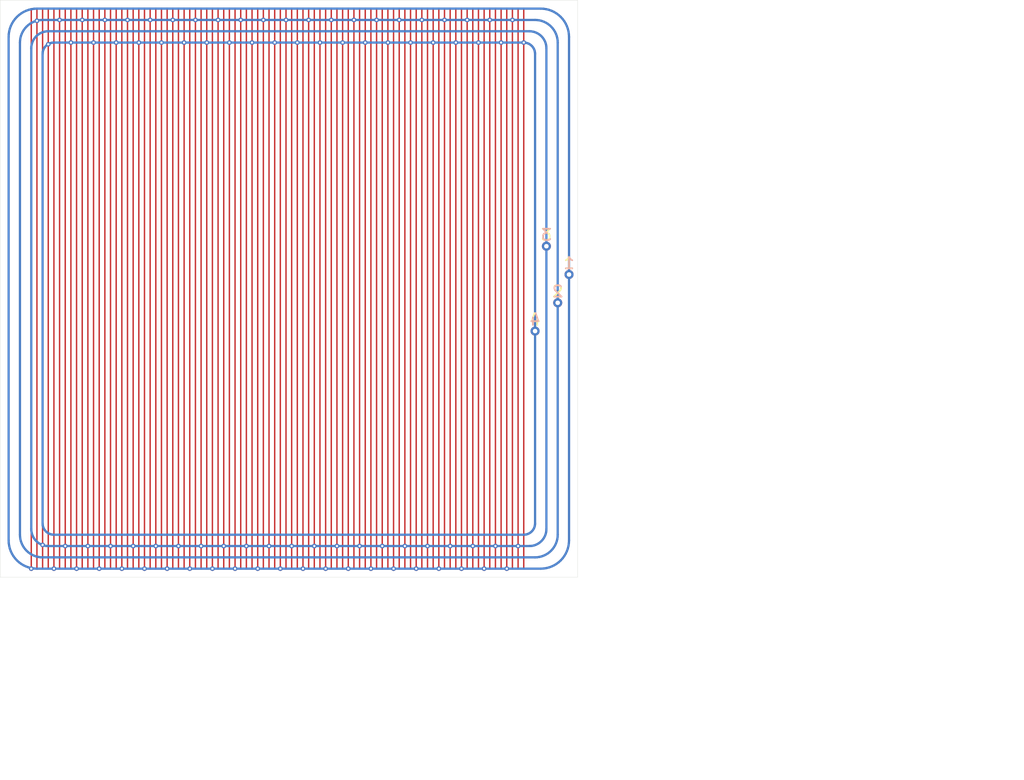
<source format=kicad_pcb>
(kicad_pcb (version 20171130) (host pcbnew "(5.1.9)-1")

  (general
    (thickness 1.6)
    (drawings 14)
    (tracks 463)
    (zones 0)
    (modules 0)
    (nets 1)
  )

  (page A4)
  (layers
    (0 F.Cu signal)
    (31 B.Cu signal)
    (32 B.Adhes user)
    (33 F.Adhes user)
    (34 B.Paste user)
    (35 F.Paste user)
    (36 B.SilkS user)
    (37 F.SilkS user)
    (38 B.Mask user)
    (39 F.Mask user)
    (40 Dwgs.User user)
    (41 Cmts.User user)
    (42 Eco1.User user)
    (43 Eco2.User user)
    (44 Edge.Cuts user)
    (45 Margin user)
    (46 B.CrtYd user)
    (47 F.CrtYd user)
    (48 B.Fab user)
    (49 F.Fab user)
  )

  (setup
    (last_trace_width 0.25)
    (user_trace_width 0.4)
    (trace_clearance 0.2)
    (zone_clearance 0.508)
    (zone_45_only no)
    (trace_min 0.2)
    (via_size 0.8)
    (via_drill 0.4)
    (via_min_size 0.4)
    (via_min_drill 0.3)
    (user_via 1.6 0.8)
    (uvia_size 0.3)
    (uvia_drill 0.1)
    (uvias_allowed no)
    (uvia_min_size 0.2)
    (uvia_min_drill 0.1)
    (edge_width 0.05)
    (segment_width 0.2)
    (pcb_text_width 0.3)
    (pcb_text_size 1.5 1.5)
    (mod_edge_width 0.12)
    (mod_text_size 1 1)
    (mod_text_width 0.15)
    (pad_size 1.524 1.524)
    (pad_drill 0.762)
    (pad_to_mask_clearance 0)
    (aux_axis_origin 0 0)
    (visible_elements FFFFFF7F)
    (pcbplotparams
      (layerselection 0x010fc_ffffffff)
      (usegerberextensions false)
      (usegerberattributes true)
      (usegerberadvancedattributes true)
      (creategerberjobfile true)
      (excludeedgelayer true)
      (linewidth 0.100000)
      (plotframeref false)
      (viasonmask false)
      (mode 1)
      (useauxorigin false)
      (hpglpennumber 1)
      (hpglpenspeed 20)
      (hpglpendiameter 15.000000)
      (psnegative false)
      (psa4output false)
      (plotreference true)
      (plotvalue true)
      (plotinvisibletext false)
      (padsonsilk false)
      (subtractmaskfromsilk false)
      (outputformat 1)
      (mirror false)
      (drillshape 1)
      (scaleselection 1)
      (outputdirectory ""))
  )

  (net 0 "")

  (net_class Default "This is the default net class."
    (clearance 0.2)
    (trace_width 0.25)
    (via_dia 0.8)
    (via_drill 0.4)
    (uvia_dia 0.3)
    (uvia_drill 0.1)
  )

  (gr_text 4 (at 189 109) (layer B.SilkS) (tstamp 6074DECA)
    (effects (font (size 2 2) (thickness 0.3)) (justify mirror))
  )
  (gr_text 3 (at 191 94) (layer B.SilkS) (tstamp 6074DECA)
    (effects (font (size 2 2) (thickness 0.3)) (justify mirror))
  )
  (gr_text 2 (at 193 104) (layer B.SilkS) (tstamp 6074DECA)
    (effects (font (size 2 2) (thickness 0.3)) (justify mirror))
  )
  (gr_text 1 (at 195 99) (layer B.SilkS)
    (effects (font (size 2 2) (thickness 0.3)) (justify mirror))
  )
  (gr_text "3\n" (at 191 94) (layer F.SilkS) (tstamp 6074DEBD)
    (effects (font (size 2 2) (thickness 0.3)))
  )
  (gr_text 4 (at 189 109) (layer F.SilkS) (tstamp 6074DEBD)
    (effects (font (size 2 2) (thickness 0.3)))
  )
  (gr_text 2 (at 193 104) (layer F.SilkS) (tstamp 6074DEBD)
    (effects (font (size 2 2) (thickness 0.3)))
  )
  (gr_text 1 (at 195 99) (layer F.SilkS)
    (effects (font (size 2 2) (thickness 0.3)))
  )
  (gr_line (start 188 103.5) (end 198 103.5) (layer Dwgs.User) (width 0.15))
  (gr_text "10.2 by 10.2 2 Layer PCB Design, 2mm power track spacing, 88 electrodes (1mm spacing), .8 drill soldering vias" (at 231 189.5) (layer Dwgs.User)
    (effects (font (size 1 1) (thickness 0.15)))
  )
  (gr_line (start 196.5 154.5) (end 196.5 52.5) (layer Edge.Cuts) (width 0.05) (tstamp 6074C754))
  (gr_line (start 94.5 154.5) (end 94.5 52.5) (layer Edge.Cuts) (width 0.05) (tstamp 6074C753))
  (gr_line (start 94.5 154.5) (end 196.5 154.5) (layer Edge.Cuts) (width 0.05) (tstamp 6074C72D))
  (gr_line (start 94.5 52.5) (end 196.5 52.5) (layer Edge.Cuts) (width 0.05))

  (segment (start 100 54) (end 100 153) (width 0.25) (layer F.Cu) (net 0))
  (segment (start 101 54) (end 101 56) (width 0.25) (layer F.Cu) (net 0) (tstamp 6074CAB4))
  (segment (start 102 54) (end 102 149) (width 0.25) (layer F.Cu) (net 0) (tstamp 6074CAB6))
  (segment (start 103 54) (end 103 60) (width 0.25) (layer F.Cu) (net 0) (tstamp 6074CAB8))
  (segment (start 104 54) (end 104 153) (width 0.25) (layer F.Cu) (net 0) (tstamp 6074CABA))
  (segment (start 105 54) (end 105 56) (width 0.25) (layer F.Cu) (net 0) (tstamp 6074CABC))
  (segment (start 106 54) (end 106 149) (width 0.25) (layer F.Cu) (net 0) (tstamp 6074CABE))
  (segment (start 107 54) (end 107 60) (width 0.25) (layer F.Cu) (net 0) (tstamp 6074CAC0))
  (segment (start 108 54) (end 108 153) (width 0.25) (layer F.Cu) (net 0) (tstamp 6074CAC2))
  (segment (start 109 54) (end 109 153) (width 0.25) (layer F.Cu) (net 0) (tstamp 6074CAC4))
  (segment (start 110 54) (end 110 153) (width 0.25) (layer F.Cu) (net 0) (tstamp 6074CAC6))
  (segment (start 111 54) (end 111 153) (width 0.25) (layer F.Cu) (net 0) (tstamp 6074CAC8))
  (segment (start 112 54) (end 112 153) (width 0.25) (layer F.Cu) (net 0) (tstamp 6074CACA))
  (segment (start 113 54) (end 113 153) (width 0.25) (layer F.Cu) (net 0) (tstamp 6074CACC))
  (segment (start 114 54) (end 114 153) (width 0.25) (layer F.Cu) (net 0) (tstamp 6074CACE))
  (segment (start 115 54) (end 115 153) (width 0.25) (layer F.Cu) (net 0) (tstamp 6074CAD0))
  (segment (start 116 54) (end 116 153) (width 0.25) (layer F.Cu) (net 0) (tstamp 6074CAD2))
  (segment (start 117 54) (end 117 153) (width 0.25) (layer F.Cu) (net 0) (tstamp 6074CAD4))
  (segment (start 118 54) (end 118 153) (width 0.25) (layer F.Cu) (net 0) (tstamp 6074CAD6))
  (segment (start 119 54) (end 119 153) (width 0.25) (layer F.Cu) (net 0) (tstamp 6074CAD8))
  (segment (start 120 54) (end 120 153) (width 0.25) (layer F.Cu) (net 0) (tstamp 6074CADA))
  (segment (start 121 54) (end 121 153) (width 0.25) (layer F.Cu) (net 0) (tstamp 6074CADC))
  (segment (start 122 54) (end 122 153) (width 0.25) (layer F.Cu) (net 0) (tstamp 6074CADE))
  (segment (start 123 54) (end 123 153) (width 0.25) (layer F.Cu) (net 0) (tstamp 6074CAE0))
  (segment (start 124 54) (end 124 153) (width 0.25) (layer F.Cu) (net 0) (tstamp 6074CAE2))
  (segment (start 125 54) (end 125 153) (width 0.25) (layer F.Cu) (net 0) (tstamp 6074CAE4))
  (segment (start 126 54) (end 126 153) (width 0.25) (layer F.Cu) (net 0) (tstamp 6074CAE6))
  (segment (start 127 54) (end 127 153) (width 0.25) (layer F.Cu) (net 0) (tstamp 6074CAE8))
  (segment (start 128 54) (end 128 153) (width 0.25) (layer F.Cu) (net 0) (tstamp 6074CAEA))
  (segment (start 129 54) (end 129 153) (width 0.25) (layer F.Cu) (net 0) (tstamp 6074CAEC))
  (segment (start 130 54) (end 130 153) (width 0.25) (layer F.Cu) (net 0) (tstamp 6074CAEE))
  (segment (start 131 54) (end 131 153) (width 0.25) (layer F.Cu) (net 0) (tstamp 6074CAF0))
  (segment (start 132 54) (end 132 153) (width 0.25) (layer F.Cu) (net 0) (tstamp 6074CAF2))
  (segment (start 133 54) (end 133 153) (width 0.25) (layer F.Cu) (net 0) (tstamp 6074CAF4))
  (segment (start 134 54) (end 134 153) (width 0.25) (layer F.Cu) (net 0) (tstamp 6074CAF6))
  (segment (start 135 54) (end 135 153) (width 0.25) (layer F.Cu) (net 0) (tstamp 6074CAF8))
  (segment (start 136 54) (end 136 153) (width 0.25) (layer F.Cu) (net 0) (tstamp 6074CAFA))
  (segment (start 137 54) (end 137 153) (width 0.25) (layer F.Cu) (net 0) (tstamp 6074CAFC))
  (segment (start 138 54) (end 138 153) (width 0.25) (layer F.Cu) (net 0) (tstamp 6074CAFE))
  (segment (start 139 54) (end 139 153) (width 0.25) (layer F.Cu) (net 0) (tstamp 6074CB00))
  (segment (start 140 54) (end 140 153) (width 0.25) (layer F.Cu) (net 0) (tstamp 6074CB02))
  (segment (start 141 54) (end 141 153) (width 0.25) (layer F.Cu) (net 0) (tstamp 6074CB04))
  (segment (start 142 54) (end 142 153) (width 0.25) (layer F.Cu) (net 0) (tstamp 6074CB06))
  (segment (start 143 54) (end 143 153) (width 0.25) (layer F.Cu) (net 0) (tstamp 6074CB08))
  (segment (start 144 54) (end 144 153) (width 0.25) (layer F.Cu) (net 0) (tstamp 6074CB0A))
  (segment (start 145 54) (end 145 153) (width 0.25) (layer F.Cu) (net 0) (tstamp 6074CB0C))
  (segment (start 146 54) (end 146 153) (width 0.25) (layer F.Cu) (net 0) (tstamp 6074CB0E))
  (segment (start 147 54) (end 147 153) (width 0.25) (layer F.Cu) (net 0) (tstamp 6074CB10))
  (segment (start 148 54) (end 148 153) (width 0.25) (layer F.Cu) (net 0) (tstamp 6074CB12))
  (segment (start 149 54) (end 149 153) (width 0.25) (layer F.Cu) (net 0) (tstamp 6074CB14))
  (segment (start 150 54) (end 150 153) (width 0.25) (layer F.Cu) (net 0) (tstamp 6074CB16))
  (segment (start 151 54) (end 151 153) (width 0.25) (layer F.Cu) (net 0) (tstamp 6074CB18))
  (segment (start 152 54) (end 152 153) (width 0.25) (layer F.Cu) (net 0) (tstamp 6074CB1A))
  (segment (start 153 54) (end 153 153) (width 0.25) (layer F.Cu) (net 0) (tstamp 6074CB1C))
  (segment (start 154 54) (end 154 153) (width 0.25) (layer F.Cu) (net 0) (tstamp 6074CB1E))
  (segment (start 155 54) (end 155 153) (width 0.25) (layer F.Cu) (net 0) (tstamp 6074CB20))
  (segment (start 156 54) (end 156 153) (width 0.25) (layer F.Cu) (net 0) (tstamp 6074CB22))
  (segment (start 157 54) (end 157 153) (width 0.25) (layer F.Cu) (net 0) (tstamp 6074CB24))
  (segment (start 158 54) (end 158 153) (width 0.25) (layer F.Cu) (net 0) (tstamp 6074CB26))
  (segment (start 159 54) (end 159 153) (width 0.25) (layer F.Cu) (net 0) (tstamp 6074CB28))
  (segment (start 160 54) (end 160 153) (width 0.25) (layer F.Cu) (net 0) (tstamp 6074CB2A))
  (segment (start 161 54) (end 161 153) (width 0.25) (layer F.Cu) (net 0) (tstamp 6074CB2C))
  (segment (start 162 54) (end 162 153) (width 0.25) (layer F.Cu) (net 0) (tstamp 6074CB2E))
  (segment (start 163 54) (end 163 153) (width 0.25) (layer F.Cu) (net 0) (tstamp 6074CB30))
  (segment (start 164 54) (end 164 153) (width 0.25) (layer F.Cu) (net 0) (tstamp 6074CB32))
  (segment (start 165 54) (end 165 153) (width 0.25) (layer F.Cu) (net 0) (tstamp 6074CB34))
  (segment (start 166 54) (end 166 153) (width 0.25) (layer F.Cu) (net 0) (tstamp 6074CB36))
  (segment (start 167 54) (end 167 153) (width 0.25) (layer F.Cu) (net 0) (tstamp 6074CB38))
  (segment (start 168 54) (end 168 153) (width 0.25) (layer F.Cu) (net 0) (tstamp 6074CB3A))
  (segment (start 169 54) (end 169 153) (width 0.25) (layer F.Cu) (net 0) (tstamp 6074CB3C))
  (segment (start 170 54) (end 170 153) (width 0.25) (layer F.Cu) (net 0) (tstamp 6074CB3E))
  (segment (start 171 54) (end 171 153) (width 0.25) (layer F.Cu) (net 0) (tstamp 6074CB40))
  (segment (start 172 54) (end 172 153) (width 0.25) (layer F.Cu) (net 0) (tstamp 6074CB42))
  (segment (start 173 54) (end 173 153) (width 0.25) (layer F.Cu) (net 0) (tstamp 6074CB44))
  (segment (start 174 54) (end 174 153) (width 0.25) (layer F.Cu) (net 0) (tstamp 6074CB46))
  (segment (start 175 54) (end 175 153) (width 0.25) (layer F.Cu) (net 0) (tstamp 6074CB48))
  (segment (start 176 54) (end 176 153) (width 0.25) (layer F.Cu) (net 0) (tstamp 6074CB4A))
  (segment (start 177 54) (end 177 153) (width 0.25) (layer F.Cu) (net 0) (tstamp 6074CB4C))
  (segment (start 178 54) (end 178 153) (width 0.25) (layer F.Cu) (net 0) (tstamp 6074CB4E))
  (segment (start 179 54) (end 179 153) (width 0.25) (layer F.Cu) (net 0) (tstamp 6074CB50))
  (segment (start 180 54) (end 180 153) (width 0.25) (layer F.Cu) (net 0) (tstamp 6074CB52))
  (segment (start 181 54) (end 181 153) (width 0.25) (layer F.Cu) (net 0) (tstamp 6074CB54))
  (segment (start 182 54) (end 182 153) (width 0.25) (layer F.Cu) (net 0) (tstamp 6074CB56))
  (segment (start 183 54) (end 183 153) (width 0.25) (layer F.Cu) (net 0) (tstamp 6074CB58))
  (segment (start 184 54) (end 184 153) (width 0.25) (layer F.Cu) (net 0) (tstamp 6074CB5A))
  (segment (start 185 54) (end 185 153) (width 0.25) (layer F.Cu) (net 0) (tstamp 6074CB5C))
  (segment (start 186 54) (end 186 153) (width 0.25) (layer F.Cu) (net 0) (tstamp 6074CB5E))
  (segment (start 187 54) (end 187 153) (width 0.25) (layer F.Cu) (net 0) (tstamp 6074CB60))
  (segment (start 96 148) (end 96.024076 148.490085) (width 0.4) (layer B.Cu) (net 0))
  (segment (start 96.024076 148.490085) (end 96.096073 148.975451) (width 0.4) (layer B.Cu) (net 0))
  (segment (start 96.096073 148.975451) (end 96.215298 149.451423) (width 0.4) (layer B.Cu) (net 0))
  (segment (start 96.215298 149.451423) (end 96.380602 149.913417) (width 0.4) (layer B.Cu) (net 0))
  (segment (start 96.380602 149.913417) (end 96.590393 150.356983) (width 0.4) (layer B.Cu) (net 0))
  (segment (start 96.590393 150.356983) (end 96.842651 150.777851) (width 0.4) (layer B.Cu) (net 0))
  (segment (start 96.842651 150.777851) (end 97.134947 151.171966) (width 0.4) (layer B.Cu) (net 0))
  (segment (start 97.134947 151.171966) (end 97.464466 151.535533) (width 0.4) (layer B.Cu) (net 0))
  (segment (start 97.464466 151.535533) (end 97.828033 151.865052) (width 0.4) (layer B.Cu) (net 0))
  (segment (start 97.828033 151.865052) (end 98.222148 152.157348) (width 0.4) (layer B.Cu) (net 0))
  (segment (start 98.222148 152.157348) (end 98.643016 152.409606) (width 0.4) (layer B.Cu) (net 0))
  (segment (start 98.643016 152.409606) (end 99.086582 152.619397) (width 0.4) (layer B.Cu) (net 0))
  (segment (start 99.086582 152.619397) (end 99.548576 152.784701) (width 0.4) (layer B.Cu) (net 0))
  (segment (start 99.548576 152.784701) (end 100.024548 152.903926) (width 0.4) (layer B.Cu) (net 0))
  (segment (start 100.024548 152.903926) (end 100.509914 152.975923) (width 0.4) (layer B.Cu) (net 0))
  (segment (start 100.509914 152.975923) (end 101 153) (width 0.4) (layer B.Cu) (net 0))
  (segment (start 102 151) (end 101.607931 150.980738) (width 0.4) (layer B.Cu) (net 0))
  (segment (start 101.607931 150.980738) (end 101.219638 150.923141) (width 0.4) (layer B.Cu) (net 0))
  (segment (start 101.219638 150.923141) (end 100.838861 150.827761) (width 0.4) (layer B.Cu) (net 0))
  (segment (start 100.838861 150.827761) (end 100.469266 150.695518) (width 0.4) (layer B.Cu) (net 0))
  (segment (start 100.469266 150.695518) (end 100.114413 150.527685) (width 0.4) (layer B.Cu) (net 0))
  (segment (start 100.114413 150.527685) (end 99.777719 150.325878) (width 0.4) (layer B.Cu) (net 0))
  (segment (start 99.777719 150.325878) (end 99.462426 150.092041) (width 0.4) (layer B.Cu) (net 0))
  (segment (start 99.462426 150.092041) (end 99.171572 149.828427) (width 0.4) (layer B.Cu) (net 0))
  (segment (start 99.171572 149.828427) (end 98.907958 149.537573) (width 0.4) (layer B.Cu) (net 0))
  (segment (start 98.907958 149.537573) (end 98.674121 149.22228) (width 0.4) (layer B.Cu) (net 0))
  (segment (start 98.674121 149.22228) (end 98.472314 148.885586) (width 0.4) (layer B.Cu) (net 0))
  (segment (start 98.472314 148.885586) (end 98.304481 148.530733) (width 0.4) (layer B.Cu) (net 0))
  (segment (start 98.304481 148.530733) (end 98.172238 148.161138) (width 0.4) (layer B.Cu) (net 0))
  (segment (start 98.172238 148.161138) (end 98.076858 147.780361) (width 0.4) (layer B.Cu) (net 0))
  (segment (start 98.076858 147.780361) (end 98.019261 147.392068) (width 0.4) (layer B.Cu) (net 0))
  (segment (start 98.019261 147.392068) (end 98 147) (width 0.4) (layer B.Cu) (net 0))
  (segment (start 100 146) (end 100.014445 146.294051) (width 0.4) (layer B.Cu) (net 0))
  (segment (start 100.014445 146.294051) (end 100.057644 146.58527) (width 0.4) (layer B.Cu) (net 0))
  (segment (start 100.057644 146.58527) (end 100.129178 146.870854) (width 0.4) (layer B.Cu) (net 0))
  (segment (start 100.129178 146.870854) (end 100.228361 147.14805) (width 0.4) (layer B.Cu) (net 0))
  (segment (start 100.228361 147.14805) (end 100.354236 147.41419) (width 0.4) (layer B.Cu) (net 0))
  (segment (start 100.354236 147.41419) (end 100.505591 147.66671) (width 0.4) (layer B.Cu) (net 0))
  (segment (start 100.505591 147.66671) (end 100.680968 147.903179) (width 0.4) (layer B.Cu) (net 0))
  (segment (start 100.680968 147.903179) (end 100.878679 148.12132) (width 0.4) (layer B.Cu) (net 0))
  (segment (start 100.878679 148.12132) (end 101.09682 148.319031) (width 0.4) (layer B.Cu) (net 0))
  (segment (start 101.09682 148.319031) (end 101.333289 148.494408) (width 0.4) (layer B.Cu) (net 0))
  (segment (start 101.333289 148.494408) (end 101.585809 148.645763) (width 0.4) (layer B.Cu) (net 0))
  (segment (start 101.585809 148.645763) (end 101.851949 148.771638) (width 0.4) (layer B.Cu) (net 0))
  (segment (start 101.851949 148.771638) (end 102.129145 148.870821) (width 0.4) (layer B.Cu) (net 0))
  (segment (start 102.129145 148.870821) (end 102.414729 148.942355) (width 0.4) (layer B.Cu) (net 0))
  (segment (start 102.414729 148.942355) (end 102.705948 148.985554) (width 0.4) (layer B.Cu) (net 0))
  (segment (start 102.705948 148.985554) (end 103 149) (width 0.4) (layer B.Cu) (net 0))
  (segment (start 102 145) (end 102.00963 145.196034) (width 0.4) (layer B.Cu) (net 0))
  (segment (start 102.00963 145.196034) (end 102.038429 145.39018) (width 0.4) (layer B.Cu) (net 0))
  (segment (start 102.038429 145.39018) (end 102.086119 145.580569) (width 0.4) (layer B.Cu) (net 0))
  (segment (start 102.086119 145.580569) (end 102.15224 145.765366) (width 0.4) (layer B.Cu) (net 0))
  (segment (start 102.15224 145.765366) (end 102.236157 145.942793) (width 0.4) (layer B.Cu) (net 0))
  (segment (start 102.236157 145.942793) (end 102.33706 146.11114) (width 0.4) (layer B.Cu) (net 0))
  (segment (start 102.33706 146.11114) (end 102.453979 146.268786) (width 0.4) (layer B.Cu) (net 0))
  (segment (start 102.453979 146.268786) (end 102.585786 146.414213) (width 0.4) (layer B.Cu) (net 0))
  (segment (start 102.585786 146.414213) (end 102.731213 146.54602) (width 0.4) (layer B.Cu) (net 0))
  (segment (start 102.731213 146.54602) (end 102.888859 146.662939) (width 0.4) (layer B.Cu) (net 0))
  (segment (start 102.888859 146.662939) (end 103.057206 146.763842) (width 0.4) (layer B.Cu) (net 0))
  (segment (start 103.057206 146.763842) (end 103.234633 146.847759) (width 0.4) (layer B.Cu) (net 0))
  (segment (start 103.234633 146.847759) (end 103.41943 146.91388) (width 0.4) (layer B.Cu) (net 0))
  (segment (start 103.41943 146.91388) (end 103.609819 146.96157) (width 0.4) (layer B.Cu) (net 0))
  (segment (start 103.609819 146.96157) (end 103.803965 146.990369) (width 0.4) (layer B.Cu) (net 0))
  (segment (start 103.803965 146.990369) (end 104 147) (width 0.4) (layer B.Cu) (net 0))
  (segment (start 189 145) (end 188.990369 145.196034) (width 0.4) (layer B.Cu) (net 0))
  (segment (start 188.990369 145.196034) (end 188.96157 145.39018) (width 0.4) (layer B.Cu) (net 0))
  (segment (start 188.96157 145.39018) (end 188.91388 145.580569) (width 0.4) (layer B.Cu) (net 0))
  (segment (start 188.91388 145.580569) (end 188.847759 145.765366) (width 0.4) (layer B.Cu) (net 0))
  (segment (start 188.847759 145.765366) (end 188.763842 145.942793) (width 0.4) (layer B.Cu) (net 0))
  (segment (start 188.763842 145.942793) (end 188.662939 146.11114) (width 0.4) (layer B.Cu) (net 0))
  (segment (start 188.662939 146.11114) (end 188.54602 146.268786) (width 0.4) (layer B.Cu) (net 0))
  (segment (start 188.54602 146.268786) (end 188.414213 146.414213) (width 0.4) (layer B.Cu) (net 0))
  (segment (start 188.414213 146.414213) (end 188.268786 146.54602) (width 0.4) (layer B.Cu) (net 0))
  (segment (start 188.268786 146.54602) (end 188.11114 146.662939) (width 0.4) (layer B.Cu) (net 0))
  (segment (start 188.11114 146.662939) (end 187.942793 146.763842) (width 0.4) (layer B.Cu) (net 0))
  (segment (start 187.942793 146.763842) (end 187.765366 146.847759) (width 0.4) (layer B.Cu) (net 0))
  (segment (start 187.765366 146.847759) (end 187.580569 146.91388) (width 0.4) (layer B.Cu) (net 0))
  (segment (start 187.580569 146.91388) (end 187.39018 146.96157) (width 0.4) (layer B.Cu) (net 0))
  (segment (start 187.39018 146.96157) (end 187.196034 146.990369) (width 0.4) (layer B.Cu) (net 0))
  (segment (start 187.196034 146.990369) (end 187 147) (width 0.4) (layer B.Cu) (net 0))
  (segment (start 187 147) (end 104 147) (width 0.4) (layer B.Cu) (net 0))
  (segment (start 191 146) (end 190.985554 146.294051) (width 0.4) (layer B.Cu) (net 0))
  (segment (start 190.985554 146.294051) (end 190.942355 146.58527) (width 0.4) (layer B.Cu) (net 0))
  (segment (start 190.942355 146.58527) (end 190.870821 146.870854) (width 0.4) (layer B.Cu) (net 0))
  (segment (start 190.870821 146.870854) (end 190.771638 147.14805) (width 0.4) (layer B.Cu) (net 0))
  (segment (start 190.771638 147.14805) (end 190.645763 147.41419) (width 0.4) (layer B.Cu) (net 0))
  (segment (start 190.645763 147.41419) (end 190.494408 147.66671) (width 0.4) (layer B.Cu) (net 0))
  (segment (start 190.494408 147.66671) (end 190.319031 147.903179) (width 0.4) (layer B.Cu) (net 0))
  (segment (start 190.319031 147.903179) (end 190.12132 148.12132) (width 0.4) (layer B.Cu) (net 0))
  (segment (start 190.12132 148.12132) (end 189.903179 148.319031) (width 0.4) (layer B.Cu) (net 0))
  (segment (start 189.903179 148.319031) (end 189.66671 148.494408) (width 0.4) (layer B.Cu) (net 0))
  (segment (start 189.66671 148.494408) (end 189.41419 148.645763) (width 0.4) (layer B.Cu) (net 0))
  (segment (start 189.41419 148.645763) (end 189.14805 148.771638) (width 0.4) (layer B.Cu) (net 0))
  (segment (start 189.14805 148.771638) (end 188.870854 148.870821) (width 0.4) (layer B.Cu) (net 0))
  (segment (start 188.870854 148.870821) (end 188.58527 148.942355) (width 0.4) (layer B.Cu) (net 0))
  (segment (start 188.58527 148.942355) (end 188.294051 148.985554) (width 0.4) (layer B.Cu) (net 0))
  (segment (start 188.294051 148.985554) (end 188 149) (width 0.4) (layer B.Cu) (net 0))
  (segment (start 188 149) (end 103 149) (width 0.4) (layer B.Cu) (net 0))
  (segment (start 193 147) (end 192.980738 147.392068) (width 0.4) (layer B.Cu) (net 0))
  (segment (start 192.980738 147.392068) (end 192.923141 147.780361) (width 0.4) (layer B.Cu) (net 0))
  (segment (start 192.923141 147.780361) (end 192.827761 148.161138) (width 0.4) (layer B.Cu) (net 0))
  (segment (start 192.827761 148.161138) (end 192.695518 148.530733) (width 0.4) (layer B.Cu) (net 0))
  (segment (start 192.695518 148.530733) (end 192.527685 148.885586) (width 0.4) (layer B.Cu) (net 0))
  (segment (start 192.527685 148.885586) (end 192.325878 149.22228) (width 0.4) (layer B.Cu) (net 0))
  (segment (start 192.325878 149.22228) (end 192.092041 149.537573) (width 0.4) (layer B.Cu) (net 0))
  (segment (start 192.092041 149.537573) (end 191.828427 149.828427) (width 0.4) (layer B.Cu) (net 0))
  (segment (start 191.828427 149.828427) (end 191.537573 150.092041) (width 0.4) (layer B.Cu) (net 0))
  (segment (start 191.537573 150.092041) (end 191.22228 150.325878) (width 0.4) (layer B.Cu) (net 0))
  (segment (start 191.22228 150.325878) (end 190.885586 150.527685) (width 0.4) (layer B.Cu) (net 0))
  (segment (start 190.885586 150.527685) (end 190.530733 150.695518) (width 0.4) (layer B.Cu) (net 0))
  (segment (start 190.530733 150.695518) (end 190.161138 150.827761) (width 0.4) (layer B.Cu) (net 0))
  (segment (start 190.161138 150.827761) (end 189.780361 150.923141) (width 0.4) (layer B.Cu) (net 0))
  (segment (start 189.780361 150.923141) (end 189.392068 150.980738) (width 0.4) (layer B.Cu) (net 0))
  (segment (start 189.392068 150.980738) (end 189 151) (width 0.4) (layer B.Cu) (net 0))
  (segment (start 189 151) (end 102 151) (width 0.4) (layer B.Cu) (net 0))
  (segment (start 195 148) (end 194.975923 148.490085) (width 0.4) (layer B.Cu) (net 0))
  (segment (start 194.975923 148.490085) (end 194.903926 148.975451) (width 0.4) (layer B.Cu) (net 0))
  (segment (start 194.903926 148.975451) (end 194.784701 149.451423) (width 0.4) (layer B.Cu) (net 0))
  (segment (start 194.784701 149.451423) (end 194.619397 149.913417) (width 0.4) (layer B.Cu) (net 0))
  (segment (start 194.619397 149.913417) (end 194.409606 150.356983) (width 0.4) (layer B.Cu) (net 0))
  (segment (start 194.409606 150.356983) (end 194.157348 150.777851) (width 0.4) (layer B.Cu) (net 0))
  (segment (start 194.157348 150.777851) (end 193.865052 151.171966) (width 0.4) (layer B.Cu) (net 0))
  (segment (start 193.865052 151.171966) (end 193.535533 151.535533) (width 0.4) (layer B.Cu) (net 0))
  (segment (start 193.535533 151.535533) (end 193.171966 151.865052) (width 0.4) (layer B.Cu) (net 0))
  (segment (start 193.171966 151.865052) (end 192.777851 152.157348) (width 0.4) (layer B.Cu) (net 0))
  (segment (start 192.777851 152.157348) (end 192.356983 152.409606) (width 0.4) (layer B.Cu) (net 0))
  (segment (start 192.356983 152.409606) (end 191.913417 152.619397) (width 0.4) (layer B.Cu) (net 0))
  (segment (start 191.913417 152.619397) (end 191.451423 152.784701) (width 0.4) (layer B.Cu) (net 0))
  (segment (start 191.451423 152.784701) (end 190.975451 152.903926) (width 0.4) (layer B.Cu) (net 0))
  (segment (start 190.975451 152.903926) (end 190.490085 152.975923) (width 0.4) (layer B.Cu) (net 0))
  (segment (start 190.490085 152.975923) (end 190 153) (width 0.4) (layer B.Cu) (net 0))
  (segment (start 190 153) (end 101 153) (width 0.4) (layer B.Cu) (net 0))
  (segment (start 190 54) (end 190.490085 54.024076) (width 0.4) (layer B.Cu) (net 0))
  (segment (start 190.490085 54.024076) (end 190.975451 54.096073) (width 0.4) (layer B.Cu) (net 0))
  (segment (start 190.975451 54.096073) (end 191.451423 54.215298) (width 0.4) (layer B.Cu) (net 0))
  (segment (start 191.451423 54.215298) (end 191.913417 54.380602) (width 0.4) (layer B.Cu) (net 0))
  (segment (start 191.913417 54.380602) (end 192.356983 54.590393) (width 0.4) (layer B.Cu) (net 0))
  (segment (start 192.356983 54.590393) (end 192.777851 54.842651) (width 0.4) (layer B.Cu) (net 0))
  (segment (start 192.777851 54.842651) (end 193.171966 55.134947) (width 0.4) (layer B.Cu) (net 0))
  (segment (start 193.171966 55.134947) (end 193.535533 55.464466) (width 0.4) (layer B.Cu) (net 0))
  (segment (start 193.535533 55.464466) (end 193.865052 55.828033) (width 0.4) (layer B.Cu) (net 0))
  (segment (start 193.865052 55.828033) (end 194.157348 56.222148) (width 0.4) (layer B.Cu) (net 0))
  (segment (start 194.157348 56.222148) (end 194.409606 56.643016) (width 0.4) (layer B.Cu) (net 0))
  (segment (start 194.409606 56.643016) (end 194.619397 57.086582) (width 0.4) (layer B.Cu) (net 0))
  (segment (start 194.619397 57.086582) (end 194.784701 57.548576) (width 0.4) (layer B.Cu) (net 0))
  (segment (start 194.784701 57.548576) (end 194.903926 58.024548) (width 0.4) (layer B.Cu) (net 0))
  (segment (start 194.903926 58.024548) (end 194.975923 58.509914) (width 0.4) (layer B.Cu) (net 0))
  (segment (start 194.975923 58.509914) (end 195 59) (width 0.4) (layer B.Cu) (net 0))
  (segment (start 195 59) (end 195 101) (width 0.4) (layer B.Cu) (net 0))
  (segment (start 189 56) (end 189.392068 56.019261) (width 0.4) (layer B.Cu) (net 0))
  (segment (start 189.392068 56.019261) (end 189.780361 56.076858) (width 0.4) (layer B.Cu) (net 0))
  (segment (start 189.780361 56.076858) (end 190.161138 56.172238) (width 0.4) (layer B.Cu) (net 0))
  (segment (start 190.161138 56.172238) (end 190.530733 56.304481) (width 0.4) (layer B.Cu) (net 0))
  (segment (start 190.530733 56.304481) (end 190.885586 56.472314) (width 0.4) (layer B.Cu) (net 0))
  (segment (start 190.885586 56.472314) (end 191.22228 56.674121) (width 0.4) (layer B.Cu) (net 0))
  (segment (start 191.22228 56.674121) (end 191.537573 56.907958) (width 0.4) (layer B.Cu) (net 0))
  (segment (start 191.537573 56.907958) (end 191.828427 57.171572) (width 0.4) (layer B.Cu) (net 0))
  (segment (start 191.828427 57.171572) (end 192.092041 57.462426) (width 0.4) (layer B.Cu) (net 0))
  (segment (start 192.092041 57.462426) (end 192.325878 57.777719) (width 0.4) (layer B.Cu) (net 0))
  (segment (start 192.325878 57.777719) (end 192.527685 58.114413) (width 0.4) (layer B.Cu) (net 0))
  (segment (start 192.527685 58.114413) (end 192.695518 58.469266) (width 0.4) (layer B.Cu) (net 0))
  (segment (start 192.695518 58.469266) (end 192.827761 58.838861) (width 0.4) (layer B.Cu) (net 0))
  (segment (start 192.827761 58.838861) (end 192.923141 59.219638) (width 0.4) (layer B.Cu) (net 0))
  (segment (start 192.923141 59.219638) (end 192.980738 59.607931) (width 0.4) (layer B.Cu) (net 0))
  (segment (start 192.980738 59.607931) (end 193 60) (width 0.4) (layer B.Cu) (net 0))
  (segment (start 193 60) (end 193 106) (width 0.4) (layer B.Cu) (net 0))
  (segment (start 188 58) (end 188.294051 58.014445) (width 0.4) (layer B.Cu) (net 0))
  (segment (start 188.294051 58.014445) (end 188.58527 58.057644) (width 0.4) (layer B.Cu) (net 0))
  (segment (start 188.58527 58.057644) (end 188.870854 58.129178) (width 0.4) (layer B.Cu) (net 0))
  (segment (start 188.870854 58.129178) (end 189.14805 58.228361) (width 0.4) (layer B.Cu) (net 0))
  (segment (start 189.14805 58.228361) (end 189.41419 58.354236) (width 0.4) (layer B.Cu) (net 0))
  (segment (start 189.41419 58.354236) (end 189.66671 58.505591) (width 0.4) (layer B.Cu) (net 0))
  (segment (start 189.66671 58.505591) (end 189.903179 58.680968) (width 0.4) (layer B.Cu) (net 0))
  (segment (start 189.903179 58.680968) (end 190.12132 58.878679) (width 0.4) (layer B.Cu) (net 0))
  (segment (start 190.12132 58.878679) (end 190.319031 59.09682) (width 0.4) (layer B.Cu) (net 0))
  (segment (start 190.319031 59.09682) (end 190.494408 59.333289) (width 0.4) (layer B.Cu) (net 0))
  (segment (start 190.494408 59.333289) (end 190.645763 59.585809) (width 0.4) (layer B.Cu) (net 0))
  (segment (start 190.645763 59.585809) (end 190.771638 59.851949) (width 0.4) (layer B.Cu) (net 0))
  (segment (start 190.771638 59.851949) (end 190.870821 60.129145) (width 0.4) (layer B.Cu) (net 0))
  (segment (start 190.870821 60.129145) (end 190.942355 60.414729) (width 0.4) (layer B.Cu) (net 0))
  (segment (start 190.942355 60.414729) (end 190.985554 60.705948) (width 0.4) (layer B.Cu) (net 0))
  (segment (start 190.985554 60.705948) (end 191 61) (width 0.4) (layer B.Cu) (net 0))
  (segment (start 191 61) (end 191 96) (width 0.4) (layer B.Cu) (net 0))
  (segment (start 187 60) (end 187.196034 60.00963) (width 0.4) (layer B.Cu) (net 0))
  (segment (start 187.196034 60.00963) (end 187.39018 60.038429) (width 0.4) (layer B.Cu) (net 0))
  (segment (start 187.39018 60.038429) (end 187.580569 60.086119) (width 0.4) (layer B.Cu) (net 0))
  (segment (start 187.580569 60.086119) (end 187.765366 60.15224) (width 0.4) (layer B.Cu) (net 0))
  (segment (start 187.765366 60.15224) (end 187.942793 60.236157) (width 0.4) (layer B.Cu) (net 0))
  (segment (start 187.942793 60.236157) (end 188.11114 60.33706) (width 0.4) (layer B.Cu) (net 0))
  (segment (start 188.11114 60.33706) (end 188.268786 60.453979) (width 0.4) (layer B.Cu) (net 0))
  (segment (start 188.268786 60.453979) (end 188.414213 60.585786) (width 0.4) (layer B.Cu) (net 0))
  (segment (start 188.414213 60.585786) (end 188.54602 60.731213) (width 0.4) (layer B.Cu) (net 0))
  (segment (start 188.54602 60.731213) (end 188.662939 60.888859) (width 0.4) (layer B.Cu) (net 0))
  (segment (start 188.662939 60.888859) (end 188.763842 61.057206) (width 0.4) (layer B.Cu) (net 0))
  (segment (start 188.763842 61.057206) (end 188.847759 61.234633) (width 0.4) (layer B.Cu) (net 0))
  (segment (start 188.847759 61.234633) (end 188.91388 61.41943) (width 0.4) (layer B.Cu) (net 0))
  (segment (start 188.91388 61.41943) (end 188.96157 61.609819) (width 0.4) (layer B.Cu) (net 0))
  (segment (start 188.96157 61.609819) (end 188.990369 61.803965) (width 0.4) (layer B.Cu) (net 0))
  (segment (start 188.990369 61.803965) (end 189 62) (width 0.4) (layer B.Cu) (net 0))
  (segment (start 189 62) (end 189 111) (width 0.4) (layer B.Cu) (net 0))
  (segment (start 102 62) (end 102 145) (width 0.4) (layer B.Cu) (net 0))
  (segment (start 102 62) (end 102.00963 61.803965) (width 0.4) (layer B.Cu) (net 0))
  (segment (start 102.00963 61.803965) (end 102.038429 61.609819) (width 0.4) (layer B.Cu) (net 0))
  (segment (start 102.038429 61.609819) (end 102.086119 61.41943) (width 0.4) (layer B.Cu) (net 0))
  (segment (start 102.086119 61.41943) (end 102.15224 61.234633) (width 0.4) (layer B.Cu) (net 0))
  (segment (start 102.15224 61.234633) (end 102.236157 61.057206) (width 0.4) (layer B.Cu) (net 0))
  (segment (start 102.236157 61.057206) (end 102.33706 60.888859) (width 0.4) (layer B.Cu) (net 0))
  (segment (start 102.33706 60.888859) (end 102.453979 60.731213) (width 0.4) (layer B.Cu) (net 0))
  (segment (start 102.453979 60.731213) (end 102.585786 60.585786) (width 0.4) (layer B.Cu) (net 0))
  (segment (start 102.585786 60.585786) (end 102.731213 60.453979) (width 0.4) (layer B.Cu) (net 0))
  (segment (start 102.731213 60.453979) (end 102.888859 60.33706) (width 0.4) (layer B.Cu) (net 0))
  (segment (start 102.888859 60.33706) (end 103.057206 60.236157) (width 0.4) (layer B.Cu) (net 0))
  (segment (start 103.057206 60.236157) (end 103.234633 60.15224) (width 0.4) (layer B.Cu) (net 0))
  (segment (start 103.234633 60.15224) (end 103.41943 60.086119) (width 0.4) (layer B.Cu) (net 0))
  (segment (start 103.41943 60.086119) (end 103.609819 60.038429) (width 0.4) (layer B.Cu) (net 0))
  (segment (start 103.609819 60.038429) (end 103.803965 60.00963) (width 0.4) (layer B.Cu) (net 0))
  (segment (start 103.803965 60.00963) (end 104 60) (width 0.4) (layer B.Cu) (net 0))
  (segment (start 104 60) (end 187 60) (width 0.4) (layer B.Cu) (net 0))
  (segment (start 100 61) (end 100 146) (width 0.4) (layer B.Cu) (net 0))
  (segment (start 100 61) (end 100.014445 60.705948) (width 0.4) (layer B.Cu) (net 0))
  (segment (start 100.014445 60.705948) (end 100.057644 60.414729) (width 0.4) (layer B.Cu) (net 0))
  (segment (start 100.057644 60.414729) (end 100.129178 60.129145) (width 0.4) (layer B.Cu) (net 0))
  (segment (start 100.129178 60.129145) (end 100.228361 59.851949) (width 0.4) (layer B.Cu) (net 0))
  (segment (start 100.228361 59.851949) (end 100.354236 59.585809) (width 0.4) (layer B.Cu) (net 0))
  (segment (start 100.354236 59.585809) (end 100.505591 59.333289) (width 0.4) (layer B.Cu) (net 0))
  (segment (start 100.505591 59.333289) (end 100.680968 59.09682) (width 0.4) (layer B.Cu) (net 0))
  (segment (start 100.680968 59.09682) (end 100.878679 58.878679) (width 0.4) (layer B.Cu) (net 0))
  (segment (start 100.878679 58.878679) (end 101.09682 58.680968) (width 0.4) (layer B.Cu) (net 0))
  (segment (start 101.09682 58.680968) (end 101.333289 58.505591) (width 0.4) (layer B.Cu) (net 0))
  (segment (start 101.333289 58.505591) (end 101.585809 58.354236) (width 0.4) (layer B.Cu) (net 0))
  (segment (start 101.585809 58.354236) (end 101.851949 58.228361) (width 0.4) (layer B.Cu) (net 0))
  (segment (start 101.851949 58.228361) (end 102.129145 58.129178) (width 0.4) (layer B.Cu) (net 0))
  (segment (start 102.129145 58.129178) (end 102.414729 58.057644) (width 0.4) (layer B.Cu) (net 0))
  (segment (start 102.414729 58.057644) (end 102.705948 58.014445) (width 0.4) (layer B.Cu) (net 0))
  (segment (start 102.705948 58.014445) (end 103 58) (width 0.4) (layer B.Cu) (net 0))
  (segment (start 103 58) (end 188 58) (width 0.4) (layer B.Cu) (net 0))
  (segment (start 98 60) (end 98 147) (width 0.4) (layer B.Cu) (net 0))
  (segment (start 98 60) (end 98.019261 59.607931) (width 0.4) (layer B.Cu) (net 0))
  (segment (start 98.019261 59.607931) (end 98.076858 59.219638) (width 0.4) (layer B.Cu) (net 0))
  (segment (start 98.076858 59.219638) (end 98.172238 58.838861) (width 0.4) (layer B.Cu) (net 0))
  (segment (start 98.172238 58.838861) (end 98.304481 58.469266) (width 0.4) (layer B.Cu) (net 0))
  (segment (start 98.304481 58.469266) (end 98.472314 58.114413) (width 0.4) (layer B.Cu) (net 0))
  (segment (start 98.472314 58.114413) (end 98.674121 57.777719) (width 0.4) (layer B.Cu) (net 0))
  (segment (start 98.674121 57.777719) (end 98.907958 57.462426) (width 0.4) (layer B.Cu) (net 0))
  (segment (start 98.907958 57.462426) (end 99.171572 57.171572) (width 0.4) (layer B.Cu) (net 0))
  (segment (start 99.171572 57.171572) (end 99.462426 56.907958) (width 0.4) (layer B.Cu) (net 0))
  (segment (start 99.462426 56.907958) (end 99.777719 56.674121) (width 0.4) (layer B.Cu) (net 0))
  (segment (start 99.777719 56.674121) (end 100.114413 56.472314) (width 0.4) (layer B.Cu) (net 0))
  (segment (start 100.114413 56.472314) (end 100.469266 56.304481) (width 0.4) (layer B.Cu) (net 0))
  (segment (start 100.469266 56.304481) (end 100.838861 56.172238) (width 0.4) (layer B.Cu) (net 0))
  (segment (start 100.838861 56.172238) (end 101.219638 56.076858) (width 0.4) (layer B.Cu) (net 0))
  (segment (start 101.219638 56.076858) (end 101.607931 56.019261) (width 0.4) (layer B.Cu) (net 0))
  (segment (start 101.607931 56.019261) (end 102 56) (width 0.4) (layer B.Cu) (net 0))
  (segment (start 102 56) (end 189 56) (width 0.4) (layer B.Cu) (net 0))
  (segment (start 96 59) (end 96 148) (width 0.4) (layer B.Cu) (net 0))
  (segment (start 96 59) (end 96.024076 58.509914) (width 0.4) (layer B.Cu) (net 0))
  (segment (start 96.024076 58.509914) (end 96.096073 58.024548) (width 0.4) (layer B.Cu) (net 0))
  (segment (start 96.096073 58.024548) (end 96.215298 57.548576) (width 0.4) (layer B.Cu) (net 0))
  (segment (start 96.215298 57.548576) (end 96.380602 57.086582) (width 0.4) (layer B.Cu) (net 0))
  (segment (start 96.380602 57.086582) (end 96.590393 56.643016) (width 0.4) (layer B.Cu) (net 0))
  (segment (start 96.590393 56.643016) (end 96.842651 56.222148) (width 0.4) (layer B.Cu) (net 0))
  (segment (start 96.842651 56.222148) (end 97.134947 55.828033) (width 0.4) (layer B.Cu) (net 0))
  (segment (start 97.134947 55.828033) (end 97.464466 55.464466) (width 0.4) (layer B.Cu) (net 0))
  (segment (start 97.464466 55.464466) (end 97.828033 55.134947) (width 0.4) (layer B.Cu) (net 0))
  (segment (start 97.828033 55.134947) (end 98.222148 54.842651) (width 0.4) (layer B.Cu) (net 0))
  (segment (start 98.222148 54.842651) (end 98.643016 54.590393) (width 0.4) (layer B.Cu) (net 0))
  (segment (start 98.643016 54.590393) (end 99.086582 54.380602) (width 0.4) (layer B.Cu) (net 0))
  (segment (start 99.086582 54.380602) (end 99.548576 54.215298) (width 0.4) (layer B.Cu) (net 0))
  (segment (start 99.548576 54.215298) (end 100.024548 54.096073) (width 0.4) (layer B.Cu) (net 0))
  (segment (start 100.024548 54.096073) (end 100.509914 54.024076) (width 0.4) (layer B.Cu) (net 0))
  (segment (start 100.509914 54.024076) (end 101 54) (width 0.4) (layer B.Cu) (net 0))
  (segment (start 101 54) (end 190 54) (width 0.4) (layer B.Cu) (net 0))
  (segment (start 100 153) (end 100 153) (width 0.25) (layer F.Cu) (net 0) (tstamp 6074DC08))
  (via (at 100 153) (size 0.8) (drill 0.4) (layers F.Cu B.Cu) (net 0))
  (via (at 104 153) (size 0.8) (drill 0.4) (layers F.Cu B.Cu) (net 0) (tstamp 6074DC0B))
  (via (at 108 153) (size 0.8) (drill 0.4) (layers F.Cu B.Cu) (net 0) (tstamp 6074DC0D))
  (via (at 112 153) (size 0.8) (drill 0.4) (layers F.Cu B.Cu) (net 0) (tstamp 6074DC0F))
  (via (at 116 153) (size 0.8) (drill 0.4) (layers F.Cu B.Cu) (net 0) (tstamp 6074DC11))
  (via (at 120 153) (size 0.8) (drill 0.4) (layers F.Cu B.Cu) (net 0) (tstamp 6074DC13))
  (via (at 124 153) (size 0.8) (drill 0.4) (layers F.Cu B.Cu) (net 0) (tstamp 6074DC15))
  (via (at 128 153) (size 0.8) (drill 0.4) (layers F.Cu B.Cu) (net 0) (tstamp 6074DC17))
  (via (at 132 153) (size 0.8) (drill 0.4) (layers F.Cu B.Cu) (net 0) (tstamp 6074DC19))
  (via (at 136 153) (size 0.8) (drill 0.4) (layers F.Cu B.Cu) (net 0) (tstamp 6074DC1B))
  (via (at 140 153) (size 0.8) (drill 0.4) (layers F.Cu B.Cu) (net 0) (tstamp 6074DC1D))
  (via (at 144 153) (size 0.8) (drill 0.4) (layers F.Cu B.Cu) (net 0) (tstamp 6074DC1F))
  (via (at 148 153) (size 0.8) (drill 0.4) (layers F.Cu B.Cu) (net 0) (tstamp 6074DC21))
  (via (at 152 153) (size 0.8) (drill 0.4) (layers F.Cu B.Cu) (net 0) (tstamp 6074DC23))
  (via (at 156 153) (size 0.8) (drill 0.4) (layers F.Cu B.Cu) (net 0) (tstamp 6074DC25))
  (via (at 160 153) (size 0.8) (drill 0.4) (layers F.Cu B.Cu) (net 0) (tstamp 6074DC27))
  (via (at 164 153) (size 0.8) (drill 0.4) (layers F.Cu B.Cu) (net 0) (tstamp 6074DC29))
  (via (at 168 153) (size 0.8) (drill 0.4) (layers F.Cu B.Cu) (net 0) (tstamp 6074DC2B))
  (via (at 172 153) (size 0.8) (drill 0.4) (layers F.Cu B.Cu) (net 0) (tstamp 6074DC2D))
  (via (at 176 153) (size 0.8) (drill 0.4) (layers F.Cu B.Cu) (net 0) (tstamp 6074DC2F))
  (via (at 180 153) (size 0.8) (drill 0.4) (layers F.Cu B.Cu) (net 0) (tstamp 6074DC31))
  (via (at 184 153) (size 0.8) (drill 0.4) (layers F.Cu B.Cu) (net 0) (tstamp 6074DC33))
  (segment (start 102 149) (end 102 153) (width 0.25) (layer F.Cu) (net 0) (tstamp 6074DC37))
  (via (at 102 148.8) (size 0.8) (drill 0.4) (layers F.Cu B.Cu) (net 0))
  (segment (start 106 149) (end 106 153) (width 0.25) (layer F.Cu) (net 0) (tstamp 6074DC39))
  (via (at 106 149) (size 0.8) (drill 0.4) (layers F.Cu B.Cu) (net 0))
  (via (at 110 149) (size 0.8) (drill 0.4) (layers F.Cu B.Cu) (net 0) (tstamp 6074DC40))
  (via (at 114 149) (size 0.8) (drill 0.4) (layers F.Cu B.Cu) (net 0) (tstamp 6074DC42))
  (via (at 118 149) (size 0.8) (drill 0.4) (layers F.Cu B.Cu) (net 0) (tstamp 6074DC44))
  (via (at 122 149) (size 0.8) (drill 0.4) (layers F.Cu B.Cu) (net 0) (tstamp 6074DC46))
  (via (at 126 149) (size 0.8) (drill 0.4) (layers F.Cu B.Cu) (net 0) (tstamp 6074DC48))
  (via (at 130 149) (size 0.8) (drill 0.4) (layers F.Cu B.Cu) (net 0) (tstamp 6074DC4A))
  (via (at 134 149) (size 0.8) (drill 0.4) (layers F.Cu B.Cu) (net 0) (tstamp 6074DC4C))
  (via (at 138 149) (size 0.8) (drill 0.4) (layers F.Cu B.Cu) (net 0) (tstamp 6074DC4E))
  (via (at 142 149) (size 0.8) (drill 0.4) (layers F.Cu B.Cu) (net 0) (tstamp 6074DC50))
  (via (at 146 149) (size 0.8) (drill 0.4) (layers F.Cu B.Cu) (net 0) (tstamp 6074DC52))
  (via (at 150 149) (size 0.8) (drill 0.4) (layers F.Cu B.Cu) (net 0) (tstamp 6074DC54))
  (via (at 154 149) (size 0.8) (drill 0.4) (layers F.Cu B.Cu) (net 0) (tstamp 6074DC56))
  (via (at 158 149) (size 0.8) (drill 0.4) (layers F.Cu B.Cu) (net 0) (tstamp 6074DC58))
  (via (at 162 149) (size 0.8) (drill 0.4) (layers F.Cu B.Cu) (net 0) (tstamp 6074DC5A))
  (via (at 166 149) (size 0.8) (drill 0.4) (layers F.Cu B.Cu) (net 0) (tstamp 6074DC5C))
  (via (at 170 149) (size 0.8) (drill 0.4) (layers F.Cu B.Cu) (net 0) (tstamp 6074DC5E))
  (via (at 174 149) (size 0.8) (drill 0.4) (layers F.Cu B.Cu) (net 0) (tstamp 6074DC60))
  (via (at 178 149) (size 0.8) (drill 0.4) (layers F.Cu B.Cu) (net 0) (tstamp 6074DC62))
  (via (at 182 149) (size 0.8) (drill 0.4) (layers F.Cu B.Cu) (net 0) (tstamp 6074DC64))
  (via (at 186 149) (size 0.8) (drill 0.4) (layers F.Cu B.Cu) (net 0) (tstamp 6074DC66))
  (segment (start 101 56) (end 101 153) (width 0.25) (layer F.Cu) (net 0) (tstamp 6074DC69))
  (via (at 101 56.15) (size 0.8) (drill 0.4) (layers F.Cu B.Cu) (net 0))
  (segment (start 103 60) (end 103 153) (width 0.25) (layer F.Cu) (net 0) (tstamp 6074DC6B))
  (via (at 103 60.3) (size 0.8) (drill 0.4) (layers F.Cu B.Cu) (net 0))
  (segment (start 105 56) (end 105 153) (width 0.25) (layer F.Cu) (net 0) (tstamp 6074DC75))
  (via (at 105 56) (size 0.8) (drill 0.4) (layers F.Cu B.Cu) (net 0))
  (segment (start 107 60) (end 107 153) (width 0.25) (layer F.Cu) (net 0) (tstamp 6074DC77))
  (via (at 107 60) (size 0.8) (drill 0.4) (layers F.Cu B.Cu) (net 0))
  (via (at 109 56) (size 0.8) (drill 0.4) (layers F.Cu B.Cu) (net 0) (tstamp 6074DC7A))
  (via (at 113 56) (size 0.8) (drill 0.4) (layers F.Cu B.Cu) (net 0) (tstamp 6074DC7C))
  (via (at 117 56) (size 0.8) (drill 0.4) (layers F.Cu B.Cu) (net 0) (tstamp 6074DC7E))
  (via (at 121 56) (size 0.8) (drill 0.4) (layers F.Cu B.Cu) (net 0) (tstamp 6074DC80))
  (via (at 125 56) (size 0.8) (drill 0.4) (layers F.Cu B.Cu) (net 0) (tstamp 6074DC82))
  (via (at 129 56) (size 0.8) (drill 0.4) (layers F.Cu B.Cu) (net 0) (tstamp 6074DC84))
  (via (at 133 56) (size 0.8) (drill 0.4) (layers F.Cu B.Cu) (net 0) (tstamp 6074DC86))
  (via (at 137 56) (size 0.8) (drill 0.4) (layers F.Cu B.Cu) (net 0) (tstamp 6074DC88))
  (via (at 141 56) (size 0.8) (drill 0.4) (layers F.Cu B.Cu) (net 0) (tstamp 6074DC8A))
  (via (at 145 56) (size 0.8) (drill 0.4) (layers F.Cu B.Cu) (net 0) (tstamp 6074DC8C))
  (via (at 149 56) (size 0.8) (drill 0.4) (layers F.Cu B.Cu) (net 0) (tstamp 6074DC8E))
  (via (at 153 56) (size 0.8) (drill 0.4) (layers F.Cu B.Cu) (net 0) (tstamp 6074DC90))
  (via (at 157 56) (size 0.8) (drill 0.4) (layers F.Cu B.Cu) (net 0) (tstamp 6074DC92))
  (via (at 161 56) (size 0.8) (drill 0.4) (layers F.Cu B.Cu) (net 0) (tstamp 6074DC94))
  (via (at 165 56) (size 0.8) (drill 0.4) (layers F.Cu B.Cu) (net 0) (tstamp 6074DC96))
  (via (at 169 56) (size 0.8) (drill 0.4) (layers F.Cu B.Cu) (net 0) (tstamp 6074DC98))
  (via (at 173 56) (size 0.8) (drill 0.4) (layers F.Cu B.Cu) (net 0) (tstamp 6074DC9A))
  (via (at 177 56) (size 0.8) (drill 0.4) (layers F.Cu B.Cu) (net 0) (tstamp 6074DC9C))
  (via (at 181 56) (size 0.8) (drill 0.4) (layers F.Cu B.Cu) (net 0) (tstamp 6074DC9E))
  (via (at 185 56) (size 0.8) (drill 0.4) (layers F.Cu B.Cu) (net 0) (tstamp 6074DCA0))
  (via (at 111 60) (size 0.8) (drill 0.4) (layers F.Cu B.Cu) (net 0) (tstamp 6074DCA4))
  (via (at 115 60) (size 0.8) (drill 0.4) (layers F.Cu B.Cu) (net 0) (tstamp 6074DCA6))
  (via (at 119 60) (size 0.8) (drill 0.4) (layers F.Cu B.Cu) (net 0) (tstamp 6074DCA8))
  (via (at 123 60) (size 0.8) (drill 0.4) (layers F.Cu B.Cu) (net 0) (tstamp 6074DCAA))
  (via (at 127 60) (size 0.8) (drill 0.4) (layers F.Cu B.Cu) (net 0) (tstamp 6074DCAC))
  (via (at 131 60) (size 0.8) (drill 0.4) (layers F.Cu B.Cu) (net 0) (tstamp 6074DCAE))
  (via (at 135 60) (size 0.8) (drill 0.4) (layers F.Cu B.Cu) (net 0) (tstamp 6074DCB0))
  (via (at 139 60) (size 0.8) (drill 0.4) (layers F.Cu B.Cu) (net 0) (tstamp 6074DCB2))
  (via (at 143 60) (size 0.8) (drill 0.4) (layers F.Cu B.Cu) (net 0) (tstamp 6074DCB4))
  (via (at 147 60) (size 0.8) (drill 0.4) (layers F.Cu B.Cu) (net 0) (tstamp 6074DCB6))
  (via (at 151 60) (size 0.8) (drill 0.4) (layers F.Cu B.Cu) (net 0) (tstamp 6074DCB8))
  (via (at 155 60) (size 0.8) (drill 0.4) (layers F.Cu B.Cu) (net 0) (tstamp 6074DCBA))
  (via (at 159 60) (size 0.8) (drill 0.4) (layers F.Cu B.Cu) (net 0) (tstamp 6074DCBC))
  (via (at 163 60) (size 0.8) (drill 0.4) (layers F.Cu B.Cu) (net 0) (tstamp 6074DCBE))
  (via (at 167 60) (size 0.8) (drill 0.4) (layers F.Cu B.Cu) (net 0) (tstamp 6074DCC0))
  (via (at 171 60) (size 0.8) (drill 0.4) (layers F.Cu B.Cu) (net 0) (tstamp 6074DCC2))
  (via (at 175 60) (size 0.8) (drill 0.4) (layers F.Cu B.Cu) (net 0) (tstamp 6074DCC4))
  (via (at 179 60) (size 0.8) (drill 0.4) (layers F.Cu B.Cu) (net 0) (tstamp 6074DCC6))
  (via (at 183 60) (size 0.8) (drill 0.4) (layers F.Cu B.Cu) (net 0) (tstamp 6074DCC8))
  (via (at 187 60) (size 0.8) (drill 0.4) (layers F.Cu B.Cu) (net 0) (tstamp 6074DCCA))
  (segment (start 195 101) (end 195 148) (width 0.4) (layer B.Cu) (net 0) (tstamp 6074DEA8))
  (via (at 195 101) (size 1.6) (drill 0.8) (layers F.Cu B.Cu) (net 0))
  (segment (start 193 106) (end 193 147) (width 0.4) (layer B.Cu) (net 0) (tstamp 6074DEAA))
  (via (at 193 106) (size 1.6) (drill 0.8) (layers F.Cu B.Cu) (net 0))
  (segment (start 189 111) (end 189 145) (width 0.4) (layer B.Cu) (net 0) (tstamp 6074DEAC))
  (via (at 189 111) (size 1.6) (drill 0.8) (layers F.Cu B.Cu) (net 0))
  (segment (start 191 96) (end 191 146) (width 0.4) (layer B.Cu) (net 0) (tstamp 6074DEAE))
  (via (at 191 96) (size 1.6) (drill 0.8) (layers F.Cu B.Cu) (net 0))

)

</source>
